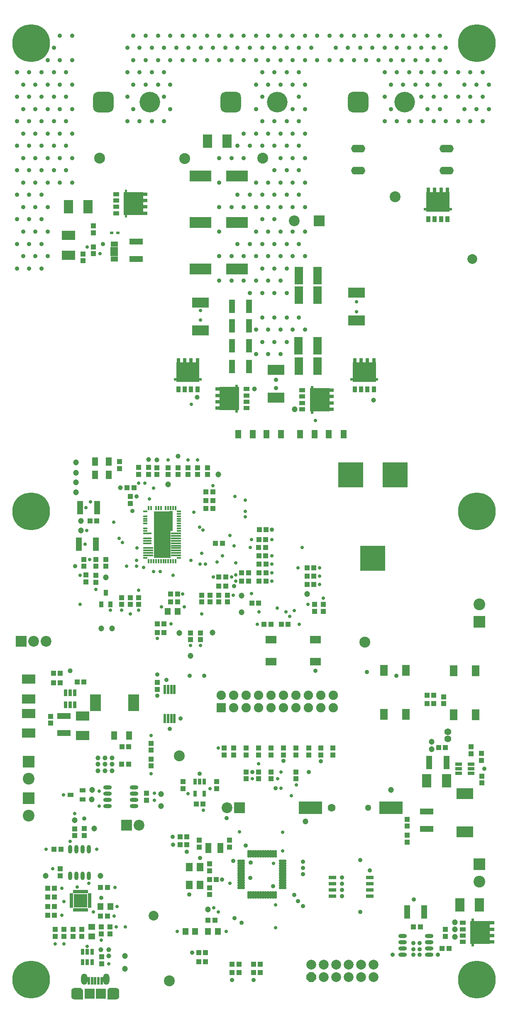
<source format=gts>
G04 Layer_Color=8388736*
%FSLAX44Y44*%
%MOMM*%
G71*
G01*
G75*
%ADD10C,1.0000*%
%ADD17R,1.5000X0.8000*%
%ADD77C,1.4000*%
%ADD79C,2.2000*%
%ADD91C,0.7000*%
%ADD92C,1.2000*%
%ADD100C,2.0000*%
%ADD101R,1.0500X1.0500*%
%ADD102R,0.5000X1.8500*%
%ADD103R,1.0500X1.0500*%
%ADD104R,1.3000X2.0000*%
%ADD105R,2.7000X1.9000*%
%ADD106R,4.7000X2.5000*%
G04:AMPARAMS|DCode=107|XSize=1.75mm|YSize=0.8mm|CornerRadius=0.4mm|HoleSize=0mm|Usage=FLASHONLY|Rotation=0.000|XOffset=0mm|YOffset=0mm|HoleType=Round|Shape=RoundedRectangle|*
%AMROUNDEDRECTD107*
21,1,1.7500,0.0000,0,0,0.0*
21,1,0.9500,0.8000,0,0,0.0*
1,1,0.8000,0.4750,0.0000*
1,1,0.8000,-0.4750,0.0000*
1,1,0.8000,-0.4750,0.0000*
1,1,0.8000,0.4750,0.0000*
%
%ADD107ROUNDEDRECTD107*%
%ADD108R,1.3000X2.8000*%
%ADD109R,1.2000X0.8000*%
%ADD110R,1.2000X0.9500*%
%ADD111R,1.9000X2.7000*%
%ADD112R,3.4000X2.2000*%
%ADD113R,1.4500X0.8000*%
%ADD114R,1.4500X1.8000*%
%ADD115R,0.5500X1.5500*%
%ADD116R,0.6000X1.5500*%
%ADD117R,2.0034X2.1050*%
%ADD118R,0.9000X1.2000*%
%ADD119R,0.9500X1.2000*%
%ADD120R,0.8000X1.2000*%
%ADD121R,0.7500X1.2000*%
%ADD122R,1.2000X0.9000*%
%ADD123R,0.7000X0.6000*%
%ADD124R,1.2000X1.7000*%
%ADD125R,1.6000X2.3000*%
%ADD126R,1.2000X1.4500*%
%ADD127R,3.4000X2.0000*%
%ADD128R,1.2000X1.8000*%
%ADD129R,2.2000X3.4000*%
%ADD130R,5.2000X5.2000*%
%ADD131R,2.7000X2.7000*%
%ADD132R,0.8000X0.4800*%
%ADD133R,0.4800X0.8000*%
G04:AMPARAMS|DCode=134|XSize=1.75mm|YSize=0.8mm|CornerRadius=0.4mm|HoleSize=0mm|Usage=FLASHONLY|Rotation=90.000|XOffset=0mm|YOffset=0mm|HoleType=Round|Shape=RoundedRectangle|*
%AMROUNDEDRECTD134*
21,1,1.7500,0.0000,0,0,90.0*
21,1,0.9500,0.8000,0,0,90.0*
1,1,0.8000,0.0000,0.4750*
1,1,0.8000,0.0000,-0.4750*
1,1,0.8000,0.0000,-0.4750*
1,1,0.8000,0.0000,0.4750*
%
%ADD134ROUNDEDRECTD134*%
%ADD135O,0.5000X1.6000*%
%ADD136O,1.6000X0.5000*%
%ADD137R,0.8000X1.4500*%
%ADD138R,1.5500X1.8500*%
%ADD139R,0.5000X1.0000*%
%ADD140R,0.5032X1.0032*%
%ADD141R,0.9000X0.4500*%
%ADD142R,2.0000X0.4500*%
%ADD143R,0.4500X0.9000*%
%ADD144R,1.7000X0.4500*%
%ADD145R,3.3500X9.5800*%
%ADD146R,0.7000X4.0300*%
%ADD147R,1.4500X1.2000*%
%ADD148R,2.8000X1.3000*%
%ADD149R,1.7000X3.5500*%
%ADD150R,4.4000X2.3000*%
%ADD151R,2.3000X1.6000*%
%ADD152C,2.2320*%
%ADD153R,2.2000X2.2000*%
%ADD154C,1.6000*%
%ADD155C,1.3000*%
%ADD156C,2.4000*%
%ADD157R,2.4000X2.4000*%
%ADD158C,4.2000*%
G04:AMPARAMS|DCode=159|XSize=4.2mm|YSize=4.2mm|CornerRadius=1.1mm|HoleSize=0mm|Usage=FLASHONLY|Rotation=180.000|XOffset=0mm|YOffset=0mm|HoleType=Round|Shape=RoundedRectangle|*
%AMROUNDEDRECTD159*
21,1,4.2000,2.0000,0,0,180.0*
21,1,2.0000,4.2000,0,0,180.0*
1,1,2.2000,-1.0000,1.0000*
1,1,2.2000,1.0000,1.0000*
1,1,2.2000,1.0000,-1.0000*
1,1,2.2000,-1.0000,-1.0000*
%
%ADD159ROUNDEDRECTD159*%
%ADD160O,1.4000X2.4000*%
%ADD161O,1.3000X2.3000*%
%ADD162C,1.9000*%
%ADD163R,1.9000X1.9000*%
%ADD164O,2.9000X1.6000*%
%ADD165P,2.1648X8X22.5*%
%ADD166C,7.7000*%
%ADD167C,0.9000*%
G36*
X603500Y1443750D02*
X608500D01*
Y1438750D01*
X603500D01*
Y1436500D01*
X556500D01*
Y1438750D01*
X551500D01*
Y1443750D01*
X556500D01*
Y1476250D01*
X603500D01*
Y1443750D01*
D02*
G37*
G36*
X-53750Y1476000D02*
X-21250D01*
Y1429000D01*
X-53750D01*
Y1424000D01*
X-58750D01*
Y1429000D01*
X-61000D01*
Y1476000D01*
X-58750D01*
Y1481000D01*
X-53750D01*
Y1476000D01*
D02*
G37*
G36*
X453500Y1096250D02*
X458500D01*
Y1091250D01*
X453500D01*
Y1089000D01*
X406500D01*
Y1091250D01*
X401500D01*
Y1096250D01*
X406500D01*
Y1128750D01*
X453500D01*
Y1096250D01*
D02*
G37*
G36*
X93500D02*
X98500D01*
Y1091250D01*
X93500D01*
Y1089000D01*
X46500D01*
Y1091250D01*
X41500D01*
Y1096250D01*
X46500D01*
Y1128750D01*
X93500D01*
Y1096250D01*
D02*
G37*
G36*
X172250Y1078500D02*
X174500D01*
Y1031500D01*
X172250D01*
Y1026500D01*
X167250D01*
Y1031500D01*
X134750D01*
Y1078500D01*
X167250D01*
Y1083500D01*
X172250D01*
Y1078500D01*
D02*
G37*
G36*
X326250Y1076000D02*
X358750D01*
Y1029000D01*
X326250D01*
Y1024000D01*
X321250D01*
Y1029000D01*
X319000D01*
Y1076000D01*
X321250D01*
Y1081000D01*
X326250D01*
Y1076000D01*
D02*
G37*
G36*
X653750Y-10500D02*
X686250D01*
Y-57500D01*
X653750D01*
Y-62500D01*
X648750D01*
Y-57500D01*
X646500D01*
Y-10500D01*
X648750D01*
Y-5500D01*
X653750D01*
Y-10500D01*
D02*
G37*
G36*
X-77215Y-147000D02*
X-77181Y-147000D01*
X-77150Y-147004D01*
X-77119Y-147006D01*
X-77085Y-147013D01*
X-77051Y-147018D01*
X-77021Y-147026D01*
X-76991Y-147032D01*
X-76958Y-147043D01*
X-76924Y-147052D01*
X-76896Y-147064D01*
X-76866Y-147074D01*
X-76836Y-147089D01*
X-76803Y-147103D01*
X-76776Y-147119D01*
X-76749Y-147132D01*
X-76720Y-147151D01*
X-76690Y-147169D01*
X-76666Y-147188D01*
X-76640Y-147205D01*
X-76614Y-147228D01*
X-76586Y-147249D01*
X-76565Y-147271D01*
X-76541Y-147291D01*
X-76519Y-147317D01*
X-76494Y-147342D01*
X-76475Y-147367D01*
X-76455Y-147390D01*
X-76436Y-147419D01*
X-76415Y-147446D01*
X-76399Y-147473D01*
X-76382Y-147499D01*
X-76367Y-147530D01*
X-76350Y-147560D01*
X-76338Y-147589D01*
X-76324Y-147617D01*
X-76313Y-147649D01*
X-76300Y-147681D01*
X-76292Y-147711D01*
X-76282Y-147741D01*
X-76275Y-147775D01*
X-76266Y-147808D01*
X-76262Y-147839D01*
X-76256Y-147869D01*
X-76254Y-147904D01*
X-76250Y-147938D01*
X-76250Y-147969D01*
X-76248Y-148000D01*
X-76250Y-148034D01*
X-76250Y-148069D01*
X-76254Y-148100D01*
X-76256Y-148131D01*
X-76263Y-148165D01*
X-76268Y-148199D01*
X-76276Y-148229D01*
X-76282Y-148259D01*
X-76293Y-148292D01*
X-76302Y-148326D01*
X-76314Y-148354D01*
X-76324Y-148383D01*
X-76339Y-148414D01*
X-76353Y-148446D01*
X-76368Y-148473D01*
X-76382Y-148501D01*
X-76401Y-148530D01*
X-76419Y-148560D01*
X-79277Y-152805D01*
X-79248Y-165196D01*
X-76416Y-169444D01*
X-76400Y-169472D01*
X-76382Y-169499D01*
X-76367Y-169529D01*
X-76351Y-169558D01*
X-76339Y-169587D01*
X-76324Y-169617D01*
X-76313Y-169648D01*
X-76301Y-169679D01*
X-76292Y-169710D01*
X-76282Y-169741D01*
X-76276Y-169773D01*
X-76267Y-169806D01*
X-76263Y-169838D01*
X-76256Y-169869D01*
X-76254Y-169902D01*
X-76250Y-169935D01*
X-76250Y-169968D01*
X-76248Y-170000D01*
X-76250Y-170033D01*
X-76250Y-170067D01*
X-76254Y-170099D01*
X-76256Y-170131D01*
X-76263Y-170163D01*
X-76267Y-170196D01*
X-76276Y-170228D01*
X-76282Y-170259D01*
X-76293Y-170291D01*
X-76301Y-170323D01*
X-76314Y-170353D01*
X-76324Y-170383D01*
X-76339Y-170413D01*
X-76352Y-170444D01*
X-76368Y-170472D01*
X-76382Y-170501D01*
X-76400Y-170529D01*
X-76417Y-170558D01*
X-76437Y-170583D01*
X-76455Y-170610D01*
X-76477Y-170635D01*
X-76497Y-170662D01*
X-76520Y-170684D01*
X-76541Y-170709D01*
X-76566Y-170730D01*
X-76590Y-170754D01*
X-76616Y-170774D01*
X-76640Y-170795D01*
X-76668Y-170814D01*
X-76694Y-170834D01*
X-76722Y-170850D01*
X-76749Y-170868D01*
X-76779Y-170883D01*
X-76808Y-170899D01*
X-76837Y-170912D01*
X-76866Y-170926D01*
X-76898Y-170937D01*
X-76929Y-170949D01*
X-76960Y-170958D01*
X-76991Y-170968D01*
X-77023Y-170975D01*
X-77056Y-170983D01*
X-77088Y-170987D01*
X-77119Y-170993D01*
X-77152Y-170996D01*
X-77186Y-171000D01*
X-77218Y-171000D01*
X-77250Y-171002D01*
X-92997D01*
X-93127Y-170993D01*
X-93256Y-170968D01*
X-93380Y-170926D01*
X-93498Y-170868D01*
X-93607Y-170795D01*
X-93705Y-170709D01*
X-93792Y-170610D01*
X-93865Y-170501D01*
X-93923Y-170383D01*
X-93965Y-170259D01*
X-93990Y-170131D01*
X-93999Y-170000D01*
X-93999Y-150997D01*
X-93990Y-150866D01*
X-93965Y-150737D01*
X-93922Y-150613D01*
X-93864Y-150496D01*
X-93792Y-150386D01*
X-93751Y-150340D01*
X-93705Y-150288D01*
X-90709Y-147292D01*
X-90610Y-147205D01*
X-90501Y-147132D01*
X-90384Y-147074D01*
X-90260Y-147032D01*
X-90131Y-147007D01*
X-90000Y-146998D01*
X-77250Y-146998D01*
X-77215Y-147000D01*
D02*
G37*
G36*
X-149000Y-146998D02*
X-148966Y-147000D01*
X-148869Y-147007D01*
X-148843Y-147012D01*
X-148741Y-147032D01*
X-148617Y-147074D01*
X-148560Y-147102D01*
X-148499Y-147132D01*
X-148499Y-147132D01*
D01*
X-148390Y-147205D01*
X-148305Y-147279D01*
X-148292Y-147291D01*
X-144295Y-151288D01*
X-144232Y-151359D01*
X-144208Y-151386D01*
X-144172Y-151441D01*
X-144135Y-151495D01*
X-144135Y-151496D01*
D01*
X-144077Y-151613D01*
X-144035Y-151737D01*
X-144018Y-151823D01*
X-144010Y-151866D01*
X-144008Y-151891D01*
X-144001Y-151997D01*
X-144001Y-170000D01*
X-144010Y-170131D01*
X-144035Y-170259D01*
X-144077Y-170383D01*
X-144135Y-170501D01*
X-144208Y-170610D01*
X-144295Y-170709D01*
X-144393Y-170795D01*
X-144502Y-170868D01*
X-144620Y-170926D01*
X-144744Y-170968D01*
X-144873Y-170993D01*
X-145003Y-171002D01*
X-160750D01*
X-160782Y-171000D01*
X-160814Y-171000D01*
X-160848Y-170996D01*
X-160881Y-170993D01*
X-160912Y-170987D01*
X-160944Y-170983D01*
X-160977Y-170975D01*
X-161009Y-170968D01*
X-161040Y-170958D01*
X-161071Y-170949D01*
X-161102Y-170937D01*
X-161133Y-170926D01*
X-161163Y-170912D01*
X-161192Y-170899D01*
X-161221Y-170883D01*
X-161251Y-170868D01*
X-161278Y-170850D01*
X-161306Y-170834D01*
X-161332Y-170814D01*
X-161360Y-170795D01*
X-161384Y-170774D01*
X-161410Y-170754D01*
X-161434Y-170730D01*
X-161459Y-170709D01*
X-161480Y-170684D01*
X-161503Y-170662D01*
X-161523Y-170635D01*
X-161545Y-170610D01*
X-161563Y-170583D01*
X-161583Y-170558D01*
X-161599Y-170529D01*
X-161618Y-170501D01*
X-161632Y-170472D01*
X-161648Y-170444D01*
X-161661Y-170413D01*
X-161676Y-170383D01*
X-161686Y-170353D01*
X-161699Y-170323D01*
X-161707Y-170291D01*
X-161718Y-170259D01*
X-161724Y-170228D01*
X-161733Y-170196D01*
X-161737Y-170163D01*
X-161744Y-170131D01*
X-161746Y-170099D01*
X-161750Y-170067D01*
X-161750Y-170033D01*
X-161752Y-170000D01*
X-161750Y-169968D01*
X-161750Y-169935D01*
X-161746Y-169902D01*
X-161744Y-169869D01*
X-161737Y-169838D01*
X-161733Y-169806D01*
X-161724Y-169773D01*
X-161718Y-169741D01*
X-161708Y-169710D01*
X-161699Y-169679D01*
X-161687Y-169648D01*
X-161676Y-169617D01*
X-161661Y-169587D01*
X-161649Y-169558D01*
X-161633Y-169529D01*
X-161618Y-169499D01*
X-161600Y-169472D01*
X-161584Y-169444D01*
X-158751Y-165196D01*
X-158723Y-152805D01*
X-161581Y-148560D01*
X-161599Y-148530D01*
X-161618Y-148501D01*
X-161632Y-148473D01*
X-161647Y-148446D01*
X-161661Y-148414D01*
X-161676Y-148383D01*
X-161686Y-148354D01*
X-161698Y-148326D01*
X-161707Y-148292D01*
X-161718Y-148259D01*
X-161724Y-148229D01*
X-161732Y-148199D01*
X-161737Y-148165D01*
X-161744Y-148131D01*
X-161746Y-148100D01*
X-161750Y-148069D01*
X-161750Y-148034D01*
X-161752Y-148000D01*
X-161750Y-147969D01*
X-161750Y-147938D01*
X-161746Y-147904D01*
X-161744Y-147869D01*
X-161737Y-147839D01*
X-161734Y-147808D01*
X-161725Y-147775D01*
X-161718Y-147741D01*
X-161708Y-147711D01*
X-161700Y-147681D01*
X-161687Y-147649D01*
X-161676Y-147617D01*
X-161662Y-147589D01*
X-161650Y-147560D01*
X-161633Y-147530D01*
X-161618Y-147499D01*
X-161601Y-147473D01*
X-161585Y-147446D01*
X-161564Y-147419D01*
X-161545Y-147390D01*
X-161525Y-147367D01*
X-161506Y-147342D01*
X-161481Y-147317D01*
X-161459Y-147291D01*
X-161435Y-147271D01*
X-161413Y-147249D01*
X-161386Y-147228D01*
X-161360Y-147205D01*
X-161334Y-147188D01*
X-161310Y-147169D01*
X-161280Y-147151D01*
X-161251Y-147132D01*
X-161224Y-147119D01*
X-161196Y-147103D01*
X-161164Y-147089D01*
X-161133Y-147074D01*
X-161104Y-147064D01*
X-161075Y-147052D01*
X-161042Y-147043D01*
X-161009Y-147032D01*
X-160979Y-147026D01*
X-160949Y-147018D01*
X-160915Y-147013D01*
X-160881Y-147006D01*
X-160850Y-147004D01*
X-160819Y-147000D01*
X-160784Y-147000D01*
X-160750Y-146998D01*
X-149000Y-146998D01*
D02*
G37*
D10*
X7000Y930000D02*
D03*
X-85000Y296000D02*
D03*
X-99000D02*
D03*
X-113000D02*
D03*
Y309000D02*
D03*
Y322000D02*
D03*
X-99000Y309000D02*
D03*
Y322000D02*
D03*
X-85000D02*
D03*
Y309000D02*
D03*
X49999Y937502D02*
D03*
X-10000Y930500D02*
D03*
X-91500Y-82000D02*
D03*
X-107500Y-69000D02*
D03*
X-91500D02*
D03*
X-67500Y873000D02*
D03*
X89000Y1058000D02*
D03*
X449000Y1052000D02*
D03*
X206000Y1074500D02*
D03*
X-170000Y499531D02*
D03*
D17*
X364900Y78050D02*
D03*
Y65350D02*
D03*
Y52650D02*
D03*
Y39950D02*
D03*
X441100D02*
D03*
Y52650D02*
D03*
Y65350D02*
D03*
Y78050D02*
D03*
D77*
X600500Y375000D02*
D03*
Y361000D02*
D03*
D79*
X-245000Y560000D02*
D03*
X-219600D02*
D03*
X-29300Y185000D02*
D03*
X287500Y1417500D02*
D03*
X150300Y220000D02*
D03*
D91*
X-76000Y-23000D02*
D03*
X278000Y611000D02*
D03*
X270000Y620000D02*
D03*
X248590Y21953D02*
D03*
X281000Y244999D02*
D03*
X263000Y132000D02*
D03*
X-106500Y-49500D02*
D03*
X-183000Y29000D02*
D03*
X263000Y170000D02*
D03*
X248590Y-24590D02*
D03*
X-123000Y8000D02*
D03*
X-80000Y-1000D02*
D03*
X-0Y872500D02*
D03*
X-8000Y850500D02*
D03*
X-137500Y832500D02*
D03*
X-140000Y758000D02*
D03*
X-63000Y761000D02*
D03*
X-136000Y786000D02*
D03*
X-70000Y770000D02*
D03*
X96071Y1214929D02*
D03*
X-111000Y254000D02*
D03*
X-184000Y246660D02*
D03*
X297000Y595000D02*
D03*
X27500Y768000D02*
D03*
Y738000D02*
D03*
Y758000D02*
D03*
Y748000D02*
D03*
X17500Y738000D02*
D03*
Y758000D02*
D03*
Y748000D02*
D03*
Y768000D02*
D03*
Y778000D02*
D03*
X156000Y776161D02*
D03*
X7500Y818000D02*
D03*
Y808000D02*
D03*
Y798000D02*
D03*
Y788000D02*
D03*
Y778000D02*
D03*
Y768000D02*
D03*
Y738000D02*
D03*
Y748000D02*
D03*
Y758000D02*
D03*
X17500Y818000D02*
D03*
Y808000D02*
D03*
Y798000D02*
D03*
Y788000D02*
D03*
X27500Y778000D02*
D03*
Y788000D02*
D03*
Y798000D02*
D03*
Y808000D02*
D03*
Y818000D02*
D03*
X212000Y595000D02*
D03*
X287000Y622500D02*
D03*
X303000Y751000D02*
D03*
X197340D02*
D03*
X200000Y657000D02*
D03*
X-129000Y844000D02*
D03*
X-17501Y882502D02*
D03*
X132000Y342277D02*
D03*
X-125500Y-156000D02*
D03*
X-135000D02*
D03*
X-74000Y18500D02*
D03*
X-156000Y59000D02*
D03*
X-170000Y152000D02*
D03*
X-116000Y135500D02*
D03*
X-219000D02*
D03*
X-160751Y208631D02*
D03*
X-4698Y290000D02*
D03*
X-111000Y224126D02*
D03*
X1450Y250000D02*
D03*
Y236000D02*
D03*
X115389Y259364D02*
D03*
X101389Y215539D02*
D03*
X70427Y249500D02*
D03*
X75500Y551000D02*
D03*
X-4698Y367500D02*
D03*
X163933Y755000D02*
D03*
X121090Y877500D02*
D03*
X-35000Y713000D02*
D03*
X-20000Y711000D02*
D03*
X-55000Y713000D02*
D03*
X59590Y656000D02*
D03*
X15953Y630000D02*
D03*
X62593D02*
D03*
X167500Y695000D02*
D03*
X106000Y717000D02*
D03*
X95000Y717500D02*
D03*
X141000Y734000D02*
D03*
X130000Y722000D02*
D03*
X98000Y739000D02*
D03*
X200000Y767500D02*
D03*
X252000Y627500D02*
D03*
X346000Y648000D02*
D03*
X315000Y635000D02*
D03*
X-109469Y1350469D02*
D03*
X241000Y734000D02*
D03*
X187000Y848000D02*
D03*
X70000Y930000D02*
D03*
X90000D02*
D03*
X30000D02*
D03*
X166000Y855000D02*
D03*
X339000Y710000D02*
D03*
X7500Y566000D02*
D03*
X95500Y551000D02*
D03*
X35500Y595500D02*
D03*
X159000Y691000D02*
D03*
X-30000Y664000D02*
D03*
X339000Y675500D02*
D03*
Y692500D02*
D03*
X241000Y767500D02*
D03*
X241500Y717500D02*
D03*
Y700000D02*
D03*
Y682500D02*
D03*
X-30000Y623000D02*
D03*
X98000Y616000D02*
D03*
X-47500D02*
D03*
X-65000Y623547D02*
D03*
X-88000D02*
D03*
X-150000Y694547D02*
D03*
X-34000Y750000D02*
D03*
X0Y702500D02*
D03*
X14000D02*
D03*
X40000Y694500D02*
D03*
X295000Y710000D02*
D03*
X76000Y725000D02*
D03*
X122000Y691000D02*
D03*
X101000Y787000D02*
D03*
X94000Y793000D02*
D03*
X82500Y823000D02*
D03*
X-35000Y725000D02*
D03*
X162500Y654000D02*
D03*
X-81000Y803000D02*
D03*
X-135750Y1364500D02*
D03*
X-150000Y635000D02*
D03*
X-30000Y882500D02*
D03*
X187000Y814000D02*
D03*
Y825000D02*
D03*
X215000Y620000D02*
D03*
X-117500Y666000D02*
D03*
X167500Y682500D02*
D03*
X260000Y260000D02*
D03*
Y293000D02*
D03*
X201869Y279277D02*
D03*
X253000D02*
D03*
X291000Y267000D02*
D03*
X-112000Y-156000D02*
D03*
X-102500D02*
D03*
X-91500Y-98000D02*
D03*
X-187000Y56000D02*
D03*
X-200469Y-57000D02*
D03*
X-182969D02*
D03*
X-205469Y95500D02*
D03*
X-131919Y66500D02*
D03*
X-79000Y58000D02*
D03*
X-187000Y1000D02*
D03*
X-57500Y-23000D02*
D03*
X175000Y170953D02*
D03*
X48000Y-32000D02*
D03*
X148000Y-32000D02*
D03*
X214580Y310000D02*
D03*
X-156469Y38500D02*
D03*
X-141469D02*
D03*
Y23500D02*
D03*
X-148969Y31000D02*
D03*
X-156469Y23500D02*
D03*
X-130000Y727000D02*
D03*
X-135000Y-62000D02*
D03*
X167500Y720000D02*
D03*
X77000Y1043000D02*
D03*
X414500Y1252500D02*
D03*
Y1232500D02*
D03*
X330000Y1010000D02*
D03*
X132000Y8000D02*
D03*
X123000Y16000D02*
D03*
X156000Y65907D02*
D03*
X96090Y1235000D02*
D03*
X245000Y107000D02*
D03*
D92*
X-58000Y-108000D02*
D03*
X-108000Y81500D02*
D03*
X-220000D02*
D03*
X-120751Y178000D02*
D03*
X-160751Y195000D02*
D03*
X-58500Y-82000D02*
D03*
X15676Y248000D02*
D03*
X-125149Y257052D02*
D03*
X-125649Y236878D02*
D03*
X15000Y224000D02*
D03*
X111000Y13137D02*
D03*
X313000Y656000D02*
D03*
X52500Y577000D02*
D03*
X132000Y900000D02*
D03*
X120000Y577500D02*
D03*
X-158000Y864000D02*
D03*
Y884000D02*
D03*
X75500Y530000D02*
D03*
X-158000Y904000D02*
D03*
Y924500D02*
D03*
X30000Y879500D02*
D03*
X180000Y653000D02*
D03*
X-97500Y690000D02*
D03*
X180000Y619000D02*
D03*
X-148000Y786000D02*
D03*
Y805000D02*
D03*
X-107000Y586092D02*
D03*
X-85000D02*
D03*
X615000Y-28000D02*
D03*
X484500Y257000D02*
D03*
X310000Y192500D02*
D03*
X615000Y-13000D02*
D03*
Y-43000D02*
D03*
X567500Y340000D02*
D03*
Y355000D02*
D03*
X288000Y1033000D02*
D03*
D100*
X650000Y1340000D02*
D03*
X0Y0D02*
D03*
X372300Y-125200D02*
D03*
X346900Y-99800D02*
D03*
Y-125200D02*
D03*
X321500Y-99800D02*
D03*
X397700Y-125200D02*
D03*
X423100D02*
D03*
X397700Y-99800D02*
D03*
X372300D02*
D03*
X423100D02*
D03*
X448500D02*
D03*
Y-125200D02*
D03*
D101*
X8000Y476000D02*
D03*
Y462000D02*
D03*
X155000Y140000D02*
D03*
Y154000D02*
D03*
X93000Y140000D02*
D03*
Y154000D02*
D03*
X290780Y328277D02*
D03*
Y342277D02*
D03*
X265000Y342000D02*
D03*
Y328000D02*
D03*
X316658Y328277D02*
D03*
Y342277D02*
D03*
X341000Y342000D02*
D03*
Y328000D02*
D03*
X366000Y342000D02*
D03*
Y328000D02*
D03*
X595000Y-28000D02*
D03*
Y-42000D02*
D03*
X517500Y164500D02*
D03*
Y150500D02*
D03*
Y183000D02*
D03*
Y197000D02*
D03*
X669000Y317000D02*
D03*
Y331000D02*
D03*
X647500Y344500D02*
D03*
Y330500D02*
D03*
X-200469Y-28000D02*
D03*
Y-42000D02*
D03*
X-4698Y305500D02*
D03*
Y319500D02*
D03*
X329000Y635000D02*
D03*
Y621000D02*
D03*
X-89000Y-23000D02*
D03*
Y-37000D02*
D03*
X-163969Y-28000D02*
D03*
Y-42000D02*
D03*
X-146469Y-28000D02*
D03*
Y-42000D02*
D03*
X-182969Y-42000D02*
D03*
Y-28000D02*
D03*
X-141001Y178000D02*
D03*
Y164000D02*
D03*
X-160751Y177500D02*
D03*
Y163500D02*
D03*
X60389Y259538D02*
D03*
Y273538D02*
D03*
X128389Y259538D02*
D03*
Y273538D02*
D03*
X591500Y446500D02*
D03*
Y432500D02*
D03*
X239980Y279277D02*
D03*
Y293277D02*
D03*
Y328277D02*
D03*
Y342277D02*
D03*
X214580Y328277D02*
D03*
Y342277D02*
D03*
X189180Y328277D02*
D03*
Y342277D02*
D03*
X163780Y328277D02*
D03*
Y342277D02*
D03*
X290780Y293277D02*
D03*
Y279277D02*
D03*
X214580Y293277D02*
D03*
Y279277D02*
D03*
X189158Y293277D02*
D03*
Y279277D02*
D03*
X144158Y328277D02*
D03*
Y342277D02*
D03*
X-4698Y352000D02*
D03*
Y338000D02*
D03*
X-144000Y1336000D02*
D03*
Y1350000D02*
D03*
X-122500Y1350500D02*
D03*
Y1364500D02*
D03*
Y1393000D02*
D03*
Y1407000D02*
D03*
X110000Y914000D02*
D03*
Y900000D02*
D03*
X70000Y914000D02*
D03*
Y900000D02*
D03*
X90000Y914000D02*
D03*
Y900000D02*
D03*
X75500Y563000D02*
D03*
Y577000D02*
D03*
X-47500Y649000D02*
D03*
Y635000D02*
D03*
X98000Y640000D02*
D03*
Y654000D02*
D03*
X95500Y563000D02*
D03*
Y577000D02*
D03*
X346000Y635000D02*
D03*
Y621000D02*
D03*
X-30000Y649000D02*
D03*
Y635000D02*
D03*
X-138000Y681000D02*
D03*
Y695000D02*
D03*
X-65000Y649000D02*
D03*
Y635000D02*
D03*
X133000Y654000D02*
D03*
Y640000D02*
D03*
X115500D02*
D03*
Y654000D02*
D03*
X-117500Y694500D02*
D03*
Y680500D02*
D03*
X-97500Y727000D02*
D03*
Y713000D02*
D03*
X-117500Y727000D02*
D03*
Y713000D02*
D03*
X-142000D02*
D03*
Y727000D02*
D03*
X-69000Y926500D02*
D03*
Y912500D02*
D03*
X-10000Y900500D02*
D03*
Y914500D02*
D03*
X7000Y900000D02*
D03*
Y914000D02*
D03*
X50000Y900000D02*
D03*
Y914000D02*
D03*
X-106500Y-37000D02*
D03*
Y-23000D02*
D03*
X-190469Y95500D02*
D03*
Y81500D02*
D03*
X-106000Y-98000D02*
D03*
Y-84000D02*
D03*
X-14000Y250000D02*
D03*
Y236000D02*
D03*
X114000Y57000D02*
D03*
Y43000D02*
D03*
Y92000D02*
D03*
Y106000D02*
D03*
X-210000Y407000D02*
D03*
Y393000D02*
D03*
X30000Y914000D02*
D03*
Y900000D02*
D03*
X150500Y640000D02*
D03*
Y654000D02*
D03*
X-30000Y900500D02*
D03*
Y914500D02*
D03*
X-47000Y841000D02*
D03*
Y855000D02*
D03*
X670000Y285000D02*
D03*
Y271000D02*
D03*
D102*
X23250Y401992D02*
D03*
X29750D02*
D03*
X36250D02*
D03*
X42750D02*
D03*
Y462008D02*
D03*
X36250D02*
D03*
X29750D02*
D03*
X23250D02*
D03*
D103*
X92000Y-94000D02*
D03*
X106000D02*
D03*
X92000Y-75000D02*
D03*
X106000D02*
D03*
X530500Y-22500D02*
D03*
X544500D02*
D03*
X588650Y-66350D02*
D03*
X602650D02*
D03*
X581500Y343000D02*
D03*
X595500D02*
D03*
X128000Y74000D02*
D03*
X114000D02*
D03*
X-216000Y38500D02*
D03*
X-202000D02*
D03*
X-201969Y19000D02*
D03*
X-215969D02*
D03*
X204000Y-99000D02*
D03*
X218000D02*
D03*
X160250D02*
D03*
X174250D02*
D03*
X-94000Y58000D02*
D03*
X-108000D02*
D03*
X-202000Y56000D02*
D03*
X-216000D02*
D03*
X-202000Y1000D02*
D03*
X-216000D02*
D03*
X204000Y-115956D02*
D03*
X218000D02*
D03*
X160250Y-116000D02*
D03*
X174250D02*
D03*
X572000Y432500D02*
D03*
X558000D02*
D03*
X68000Y161000D02*
D03*
X54000D02*
D03*
X-204000Y495000D02*
D03*
X-190000D02*
D03*
Y475000D02*
D03*
X-204000D02*
D03*
X-65000Y309000D02*
D03*
X-51000D02*
D03*
X274500Y595000D02*
D03*
X260500D02*
D03*
X327000Y692500D02*
D03*
X313000D02*
D03*
X239500Y595000D02*
D03*
X225500D02*
D03*
X313000Y675500D02*
D03*
X327000D02*
D03*
X228500Y751000D02*
D03*
X214500D02*
D03*
X121000Y831000D02*
D03*
X107000D02*
D03*
X21500Y595500D02*
D03*
X7500D02*
D03*
X229590Y787500D02*
D03*
X215590D02*
D03*
X229500Y717500D02*
D03*
X215500D02*
D03*
X49000Y640000D02*
D03*
X35000D02*
D03*
X215000Y734000D02*
D03*
X229000D02*
D03*
X147000Y691000D02*
D03*
X133000D02*
D03*
X215000Y767500D02*
D03*
X229000D02*
D03*
X194000Y700000D02*
D03*
X180000D02*
D03*
Y682500D02*
D03*
X194000D02*
D03*
X214500Y637500D02*
D03*
X200500D02*
D03*
X133000Y672590D02*
D03*
X147000D02*
D03*
X-40000Y873000D02*
D03*
X-54000D02*
D03*
X-129500Y805250D02*
D03*
X-115500D02*
D03*
X-202969Y135500D02*
D03*
X-188969D02*
D03*
X-94000Y-1000D02*
D03*
X-108000D02*
D03*
X87000Y227992D02*
D03*
X101000D02*
D03*
X558000Y450000D02*
D03*
X572000D02*
D03*
X68000Y145000D02*
D03*
X54000D02*
D03*
X111047Y-8910D02*
D03*
X125047D02*
D03*
X-50500Y345000D02*
D03*
X-64500D02*
D03*
X313000Y710000D02*
D03*
X327000D02*
D03*
X21500Y578000D02*
D03*
X7500D02*
D03*
X107000Y847000D02*
D03*
X121000D02*
D03*
X107000Y864500D02*
D03*
X121000D02*
D03*
X215500Y700000D02*
D03*
X229500D02*
D03*
X35000Y656000D02*
D03*
X49000D02*
D03*
X126590Y760000D02*
D03*
X140590D02*
D03*
X215500Y682500D02*
D03*
X229500D02*
D03*
X-156000Y477000D02*
D03*
X-142000D02*
D03*
D104*
X136502Y138002D02*
D03*
X111502D02*
D03*
D105*
X-255000Y442500D02*
D03*
Y482500D02*
D03*
Y412500D02*
D03*
Y372500D02*
D03*
X-145000Y407500D02*
D03*
Y367500D02*
D03*
X-173700Y1347500D02*
D03*
Y1387500D02*
D03*
D106*
X320500Y220000D02*
D03*
X484500D02*
D03*
D107*
X562000Y-40950D02*
D03*
Y-53650D02*
D03*
Y-66350D02*
D03*
Y-79050D02*
D03*
X508000D02*
D03*
Y-66350D02*
D03*
Y-53650D02*
D03*
Y-40950D02*
D03*
X-93500Y224126D02*
D03*
Y236826D02*
D03*
Y249526D02*
D03*
Y262226D02*
D03*
X-39500D02*
D03*
Y249526D02*
D03*
Y236826D02*
D03*
Y224126D02*
D03*
D108*
X517500Y7500D02*
D03*
X552500D02*
D03*
X562500Y313000D02*
D03*
X597500D02*
D03*
X-150000Y832500D02*
D03*
X-115000D02*
D03*
X-117500Y758000D02*
D03*
X-152500D02*
D03*
X160000Y1120750D02*
D03*
X195000D02*
D03*
X160000Y1163000D02*
D03*
X195000D02*
D03*
X160000Y1203000D02*
D03*
X195000D02*
D03*
X160000Y1243000D02*
D03*
X195000D02*
D03*
D109*
X689000Y-14500D02*
D03*
Y-27500D02*
D03*
Y-40500D02*
D03*
Y-53500D02*
D03*
X-18500Y1433000D02*
D03*
Y1446000D02*
D03*
Y1459000D02*
D03*
Y1472000D02*
D03*
X361500Y1033000D02*
D03*
Y1046000D02*
D03*
Y1059000D02*
D03*
Y1072000D02*
D03*
X132000Y1074500D02*
D03*
Y1061500D02*
D03*
Y1048500D02*
D03*
Y1035500D02*
D03*
D110*
X631000Y-53500D02*
D03*
Y-27500D02*
D03*
Y-14500D02*
D03*
Y-40500D02*
D03*
X-76500Y1446000D02*
D03*
Y1472000D02*
D03*
Y1459000D02*
D03*
Y1433000D02*
D03*
X303500Y1046000D02*
D03*
Y1072000D02*
D03*
Y1059000D02*
D03*
Y1033000D02*
D03*
X190000Y1061500D02*
D03*
Y1035500D02*
D03*
Y1048500D02*
D03*
Y1074500D02*
D03*
D111*
X625000Y22500D02*
D03*
X665000D02*
D03*
X597500Y275000D02*
D03*
X557500D02*
D03*
X-133700Y1446000D02*
D03*
X-173700D02*
D03*
X110000Y1580000D02*
D03*
X150000D02*
D03*
D112*
X635000Y171000D02*
D03*
Y249000D02*
D03*
D113*
X647500Y290500D02*
D03*
Y300000D02*
D03*
Y309500D02*
D03*
X622500D02*
D03*
Y300000D02*
D03*
Y290500D02*
D03*
D114*
X73000Y99500D02*
D03*
Y62500D02*
D03*
X95000D02*
D03*
Y99500D02*
D03*
D115*
X-132000Y-132270D02*
D03*
X-106000D02*
D03*
D116*
X-125500D02*
D03*
X-119000D02*
D03*
X-112500D02*
D03*
D117*
X-130500Y-159000D02*
D03*
X-107500D02*
D03*
D118*
X-97500Y659000D02*
D03*
X-88000Y635000D02*
D03*
X-107000D02*
D03*
D119*
X436500Y1073500D02*
D03*
X410500D02*
D03*
X423500D02*
D03*
X449500D02*
D03*
X76500D02*
D03*
X50500D02*
D03*
X63500D02*
D03*
X89500D02*
D03*
X586500Y1421000D02*
D03*
X560500D02*
D03*
X573500D02*
D03*
X599500D02*
D03*
D120*
X449500Y1131500D02*
D03*
X436500D02*
D03*
X423500D02*
D03*
X410500D02*
D03*
X89500D02*
D03*
X76500D02*
D03*
X63500D02*
D03*
X50500D02*
D03*
X599500Y1479000D02*
D03*
X586500D02*
D03*
X573500D02*
D03*
X560500D02*
D03*
X103500Y249500D02*
D03*
X84500D02*
D03*
Y273500D02*
D03*
X94000D02*
D03*
X103500D02*
D03*
D121*
X-125500Y-73750D02*
D03*
X-135000D02*
D03*
X-144500D02*
D03*
Y-94250D02*
D03*
X-135000D02*
D03*
X-125500D02*
D03*
D122*
X-145000Y237160D02*
D03*
Y256160D02*
D03*
X-169000Y246660D02*
D03*
D123*
X-85500Y1393000D02*
D03*
X-72500D02*
D03*
D124*
X-119000Y899250D02*
D03*
Y926750D02*
D03*
X-91500Y899250D02*
D03*
Y926750D02*
D03*
D125*
X612000Y410000D02*
D03*
X657000D02*
D03*
X612000Y500000D02*
D03*
X657000D02*
D03*
X515000Y501000D02*
D03*
X470000D02*
D03*
X515000Y411000D02*
D03*
X470000D02*
D03*
D126*
X111000Y-32000D02*
D03*
X131000D02*
D03*
X85000D02*
D03*
X65000D02*
D03*
X-88000Y18500D02*
D03*
X-108000D02*
D03*
X29000Y621000D02*
D03*
X49000D02*
D03*
D127*
X250000Y1113250D02*
D03*
Y1056750D02*
D03*
X414500Y1214250D02*
D03*
Y1270750D02*
D03*
X96071Y1194250D02*
D03*
Y1250750D02*
D03*
D128*
X387484Y982500D02*
D03*
X357484D02*
D03*
X172500D02*
D03*
X202500D02*
D03*
X-80000Y367500D02*
D03*
X-50000D02*
D03*
X298984Y982500D02*
D03*
X328984D02*
D03*
X260000Y982500D02*
D03*
X230000D02*
D03*
D129*
X-40698Y434750D02*
D03*
X-118698D02*
D03*
D130*
X492500Y899000D02*
D03*
X402500D02*
D03*
X447500Y729000D02*
D03*
D131*
X-148969Y31000D02*
D03*
D132*
X-167469Y18500D02*
D03*
Y23500D02*
D03*
Y28500D02*
D03*
Y33500D02*
D03*
Y38500D02*
D03*
Y43500D02*
D03*
X-130469D02*
D03*
Y38500D02*
D03*
Y33500D02*
D03*
Y28500D02*
D03*
Y23500D02*
D03*
Y18500D02*
D03*
D133*
X-161469Y49500D02*
D03*
X-156469D02*
D03*
X-151469D02*
D03*
X-146469D02*
D03*
X-141469D02*
D03*
X-136469D02*
D03*
Y12500D02*
D03*
X-141469D02*
D03*
X-146469D02*
D03*
X-151469D02*
D03*
X-156469D02*
D03*
X-161469D02*
D03*
D134*
X-170019Y135500D02*
D03*
X-157319D02*
D03*
X-144619D02*
D03*
X-131919D02*
D03*
Y81500D02*
D03*
X-144619D02*
D03*
X-157319D02*
D03*
X-170019D02*
D03*
D135*
X193590Y126453D02*
D03*
X198590D02*
D03*
X203590D02*
D03*
X208590D02*
D03*
X213590D02*
D03*
X218590D02*
D03*
X223590D02*
D03*
X228590D02*
D03*
X233590D02*
D03*
X238590D02*
D03*
X243590D02*
D03*
X248590D02*
D03*
Y42453D02*
D03*
X243590D02*
D03*
X238590D02*
D03*
X233590D02*
D03*
X228590D02*
D03*
X223590D02*
D03*
X218590D02*
D03*
X213590D02*
D03*
X208590D02*
D03*
X203590D02*
D03*
X198590D02*
D03*
X193590D02*
D03*
D136*
X263090Y111953D02*
D03*
Y106953D02*
D03*
Y101953D02*
D03*
Y96953D02*
D03*
Y91953D02*
D03*
Y86953D02*
D03*
Y81953D02*
D03*
Y76953D02*
D03*
Y71953D02*
D03*
Y66953D02*
D03*
Y61953D02*
D03*
Y56953D02*
D03*
X179090D02*
D03*
Y61953D02*
D03*
Y66953D02*
D03*
Y71953D02*
D03*
Y76953D02*
D03*
Y81953D02*
D03*
Y86953D02*
D03*
Y91953D02*
D03*
Y96953D02*
D03*
Y101953D02*
D03*
Y106953D02*
D03*
Y111953D02*
D03*
D137*
X-160500Y455000D02*
D03*
X-170000D02*
D03*
X-179500D02*
D03*
Y430000D02*
D03*
X-170000D02*
D03*
X-160500D02*
D03*
D138*
X-80000Y1355000D02*
D03*
D139*
X-75000Y1340046D02*
D03*
X-80000D02*
D03*
X-85000D02*
D03*
Y1369954D02*
D03*
X-80000D02*
D03*
D140*
X-75000D02*
D03*
D141*
X51500Y730000D02*
D03*
Y785000D02*
D03*
Y790000D02*
D03*
Y795000D02*
D03*
Y800000D02*
D03*
Y805000D02*
D03*
Y810000D02*
D03*
Y815000D02*
D03*
Y820000D02*
D03*
Y825000D02*
D03*
X-16500D02*
D03*
Y815000D02*
D03*
Y810000D02*
D03*
Y805000D02*
D03*
Y800000D02*
D03*
Y790000D02*
D03*
Y785000D02*
D03*
Y730000D02*
D03*
D142*
X46000Y735000D02*
D03*
Y740000D02*
D03*
Y745000D02*
D03*
Y750000D02*
D03*
Y755000D02*
D03*
Y760000D02*
D03*
Y765000D02*
D03*
Y770000D02*
D03*
Y775000D02*
D03*
Y780000D02*
D03*
X-11000Y750000D02*
D03*
Y745000D02*
D03*
Y740000D02*
D03*
Y735000D02*
D03*
D143*
X45000Y831500D02*
D03*
X40000D02*
D03*
X35000D02*
D03*
X30000D02*
D03*
X25000D02*
D03*
X15000D02*
D03*
X10000D02*
D03*
X5000D02*
D03*
X-5000D02*
D03*
X-10000D02*
D03*
Y723500D02*
D03*
X-5000D02*
D03*
X0D02*
D03*
X5000D02*
D03*
X10000D02*
D03*
X15000D02*
D03*
X20000D02*
D03*
X25000D02*
D03*
X30000D02*
D03*
X35000D02*
D03*
X40000D02*
D03*
X45000D02*
D03*
D144*
X-12500Y780000D02*
D03*
Y770000D02*
D03*
Y765000D02*
D03*
Y760000D02*
D03*
D145*
X17500Y777500D02*
D03*
D146*
X35500Y805250D02*
D03*
D147*
X-126469Y-42500D02*
D03*
Y-22500D02*
D03*
D148*
X-182500Y407500D02*
D03*
Y372500D02*
D03*
X-35198Y1375000D02*
D03*
Y1340000D02*
D03*
X557500Y212500D02*
D03*
Y177500D02*
D03*
D149*
X334750Y1305750D02*
D03*
X296250D02*
D03*
X334750Y1265750D02*
D03*
X296250D02*
D03*
X334250Y1162500D02*
D03*
X295750D02*
D03*
X334750Y1121500D02*
D03*
X296250D02*
D03*
D150*
X170090Y1414500D02*
D03*
X96090D02*
D03*
X170090Y1509000D02*
D03*
X96090D02*
D03*
X170090Y1319500D02*
D03*
X96090D02*
D03*
D151*
X240000Y563500D02*
D03*
Y518500D02*
D03*
X330000Y563500D02*
D03*
Y518500D02*
D03*
D152*
X32500Y-132500D02*
D03*
X493000Y1467000D02*
D03*
X53000Y326000D02*
D03*
X222500Y1545000D02*
D03*
X431000Y558000D02*
D03*
X-110000Y1545000D02*
D03*
X63211Y1544500D02*
D03*
D153*
X-270400Y560000D02*
D03*
X-54700Y185000D02*
D03*
X337500Y1417500D02*
D03*
X175700Y220000D02*
D03*
D154*
X363000D02*
D03*
D155*
X437500D02*
D03*
D156*
X-255000Y204660D02*
D03*
Y279660D02*
D03*
X665000Y635000D02*
D03*
X665000Y70000D02*
D03*
D157*
X-255000Y239660D02*
D03*
Y314660D02*
D03*
X665000Y600000D02*
D03*
X665000Y105000D02*
D03*
D158*
X512500Y1660000D02*
D03*
X252500Y1660000D02*
D03*
X-7500Y1660000D02*
D03*
D159*
X417500D02*
D03*
X157500Y1660000D02*
D03*
X-102500Y1660000D02*
D03*
D160*
X-160750Y-159000D02*
D03*
X-77250D02*
D03*
D161*
X-141250Y-129000D02*
D03*
X-96750D02*
D03*
D162*
X366300Y449700D02*
D03*
Y424300D02*
D03*
X340900D02*
D03*
Y449700D02*
D03*
X315500D02*
D03*
Y424300D02*
D03*
X290100Y449700D02*
D03*
Y424300D02*
D03*
X264700Y449700D02*
D03*
Y424300D02*
D03*
X239300Y449700D02*
D03*
Y424300D02*
D03*
X137700Y449700D02*
D03*
X163100Y424300D02*
D03*
Y449700D02*
D03*
X188500Y424300D02*
D03*
Y449700D02*
D03*
X213900Y424300D02*
D03*
Y449700D02*
D03*
D163*
X137700Y424300D02*
D03*
D164*
X597500Y1565000D02*
D03*
Y1520000D02*
D03*
X417500Y1565000D02*
D03*
Y1520000D02*
D03*
D165*
X321500Y-125200D02*
D03*
D166*
X660000Y825000D02*
D03*
X-250000D02*
D03*
X660000Y-130000D02*
D03*
X-250000Y-130000D02*
D03*
X660000Y1780000D02*
D03*
X-250000Y1780000D02*
D03*
D167*
X422000Y114000D02*
D03*
X441100Y92900D02*
D03*
X671500Y1720524D02*
D03*
X684000Y1695524D02*
D03*
X671500Y1670524D02*
D03*
X684000Y1645524D02*
D03*
X671500Y1620524D02*
D03*
X646500Y1720524D02*
D03*
X659000Y1695524D02*
D03*
X646500Y1670524D02*
D03*
X659000Y1645524D02*
D03*
X646500Y1620524D02*
D03*
X621500Y1720524D02*
D03*
X634000Y1695524D02*
D03*
X621500Y1670524D02*
D03*
X634000Y1645524D02*
D03*
X621500Y1620524D02*
D03*
X596500Y1770524D02*
D03*
Y1720524D02*
D03*
Y1670524D02*
D03*
Y1620524D02*
D03*
X584000Y1795524D02*
D03*
X571500Y1770524D02*
D03*
X584000Y1745524D02*
D03*
X571500Y1720524D02*
D03*
X584000Y1695524D02*
D03*
X571500Y1670524D02*
D03*
X584000Y1645524D02*
D03*
X571500Y1620524D02*
D03*
X559000Y1795524D02*
D03*
X546500Y1770524D02*
D03*
X559000Y1745524D02*
D03*
X546500Y1720524D02*
D03*
X559000Y1695524D02*
D03*
X546500Y1670524D02*
D03*
X559000Y1645524D02*
D03*
X546500Y1620524D02*
D03*
X534000Y1795524D02*
D03*
X521500Y1770524D02*
D03*
X534000Y1745524D02*
D03*
X521500Y1720524D02*
D03*
X534000Y1695524D02*
D03*
X521500Y1620524D02*
D03*
X509000Y1795524D02*
D03*
X496500Y1770524D02*
D03*
X509000Y1745524D02*
D03*
X496500Y1720524D02*
D03*
X509000Y1695524D02*
D03*
X496500Y1620524D02*
D03*
X484000Y1795524D02*
D03*
X471500Y1770524D02*
D03*
X484000Y1745524D02*
D03*
X471500Y1720524D02*
D03*
X484000Y1695524D02*
D03*
X471500Y1670524D02*
D03*
X484000Y1645524D02*
D03*
X471500Y1620524D02*
D03*
X459000Y1795524D02*
D03*
X446500Y1770524D02*
D03*
X459000Y1745524D02*
D03*
X434000Y1795524D02*
D03*
X421500Y1770524D02*
D03*
X434000Y1745524D02*
D03*
X409000Y1795524D02*
D03*
X396500Y1770524D02*
D03*
X409000Y1745524D02*
D03*
X384000Y1795524D02*
D03*
X371500Y1770524D02*
D03*
X384000Y1745524D02*
D03*
X359000Y1795524D02*
D03*
Y1745524D02*
D03*
X334000Y1795524D02*
D03*
X321500Y1770524D02*
D03*
X334000Y1745524D02*
D03*
X309000Y1795524D02*
D03*
X296500Y1770524D02*
D03*
X309000Y1745524D02*
D03*
X296500Y1720524D02*
D03*
X309000Y1695524D02*
D03*
X296500Y1670524D02*
D03*
X309000Y1645524D02*
D03*
X296500Y1620524D02*
D03*
X309000Y1595524D02*
D03*
X296500Y1570524D02*
D03*
X309000Y1545524D02*
D03*
X296500Y1520524D02*
D03*
X309000Y1495524D02*
D03*
X296500Y1470524D02*
D03*
X309000Y1445524D02*
D03*
Y1395524D02*
D03*
X296500Y1370524D02*
D03*
X309000Y1345524D02*
D03*
X296500Y1220524D02*
D03*
X309000Y1195524D02*
D03*
X284000Y1795524D02*
D03*
X271500Y1770524D02*
D03*
X284000Y1745524D02*
D03*
X271500Y1720524D02*
D03*
X284000Y1695524D02*
D03*
Y1645524D02*
D03*
X271500Y1620524D02*
D03*
X284000Y1595524D02*
D03*
X271500Y1570524D02*
D03*
X284000Y1545524D02*
D03*
X271500Y1520524D02*
D03*
X284000Y1495524D02*
D03*
X271500Y1470524D02*
D03*
X284000Y1445524D02*
D03*
Y1395524D02*
D03*
X271500Y1370524D02*
D03*
X284000Y1345524D02*
D03*
X271500Y1320524D02*
D03*
Y1270524D02*
D03*
Y1220524D02*
D03*
X284000Y1195524D02*
D03*
X271500Y1170524D02*
D03*
X259000Y1795524D02*
D03*
X246500Y1770524D02*
D03*
X259000Y1745524D02*
D03*
X246500Y1720524D02*
D03*
X259000Y1695524D02*
D03*
X246500Y1620524D02*
D03*
X259000Y1595524D02*
D03*
X246500Y1570524D02*
D03*
X259000Y1545524D02*
D03*
X246500Y1520524D02*
D03*
X259000Y1495524D02*
D03*
X246500Y1470524D02*
D03*
X259000Y1445524D02*
D03*
X246500Y1420524D02*
D03*
X259000Y1395524D02*
D03*
X246500Y1370524D02*
D03*
X259000Y1345524D02*
D03*
X246500Y1320524D02*
D03*
X259000Y1295524D02*
D03*
X246500Y1270524D02*
D03*
Y1220524D02*
D03*
X259000Y1195524D02*
D03*
X246500Y1170524D02*
D03*
X259000Y1145524D02*
D03*
X234000Y1795524D02*
D03*
X221500Y1770524D02*
D03*
X234000Y1745524D02*
D03*
X221500Y1720524D02*
D03*
X234000Y1695524D02*
D03*
X221500Y1670524D02*
D03*
Y1620524D02*
D03*
X234000Y1595524D02*
D03*
X221500Y1570524D02*
D03*
X234000Y1495524D02*
D03*
X221500Y1470524D02*
D03*
X234000Y1445524D02*
D03*
X221500Y1420524D02*
D03*
X234000Y1395524D02*
D03*
X221500Y1370524D02*
D03*
X234000Y1345524D02*
D03*
X221500Y1320524D02*
D03*
X234000Y1295524D02*
D03*
X221500Y1270524D02*
D03*
Y1220524D02*
D03*
X234000Y1195524D02*
D03*
X221500Y1170524D02*
D03*
X234000Y1145524D02*
D03*
X209000Y1795524D02*
D03*
X196500Y1770524D02*
D03*
X209000Y1745524D02*
D03*
Y1695524D02*
D03*
Y1645524D02*
D03*
Y1595524D02*
D03*
X196500Y1570524D02*
D03*
X209000Y1495524D02*
D03*
X196500Y1470524D02*
D03*
X209000Y1445524D02*
D03*
Y1395524D02*
D03*
X196500Y1370524D02*
D03*
X209000Y1345524D02*
D03*
Y1295524D02*
D03*
X196500Y1270524D02*
D03*
X209000Y1195524D02*
D03*
Y1145524D02*
D03*
X184000Y1795524D02*
D03*
X171500Y1770524D02*
D03*
X184000Y1745524D02*
D03*
Y1595524D02*
D03*
X171500Y1570524D02*
D03*
X184000Y1545524D02*
D03*
X171500Y1470524D02*
D03*
X184000Y1445524D02*
D03*
X171500Y1370524D02*
D03*
X184000Y1345524D02*
D03*
Y1295524D02*
D03*
X159000Y1795524D02*
D03*
X146500Y1770524D02*
D03*
X159000Y1745524D02*
D03*
Y1545524D02*
D03*
Y1445524D02*
D03*
Y1345524D02*
D03*
Y1295524D02*
D03*
X134000Y1795524D02*
D03*
X121500Y1770524D02*
D03*
X134000Y1745524D02*
D03*
Y1545524D02*
D03*
Y1495524D02*
D03*
Y1445524D02*
D03*
Y1395524D02*
D03*
Y1345524D02*
D03*
Y1295524D02*
D03*
X109000Y1795524D02*
D03*
X96500Y1770524D02*
D03*
X109000Y1745524D02*
D03*
X84000Y1795524D02*
D03*
X71500Y1770524D02*
D03*
X84000Y1745524D02*
D03*
X59000Y1795524D02*
D03*
X46500Y1770524D02*
D03*
X59000Y1745524D02*
D03*
X34000Y1795524D02*
D03*
X21500Y1770524D02*
D03*
X34000Y1745524D02*
D03*
X21500Y1720524D02*
D03*
X34000Y1695524D02*
D03*
X21500Y1670524D02*
D03*
X34000Y1645524D02*
D03*
X21500Y1620524D02*
D03*
X9000Y1795524D02*
D03*
X-3500Y1770524D02*
D03*
X9000Y1745524D02*
D03*
X-3500Y1720524D02*
D03*
X9000Y1695524D02*
D03*
X-3500Y1620524D02*
D03*
X-16000Y1795524D02*
D03*
X-28500Y1770524D02*
D03*
X-16000Y1745524D02*
D03*
X-28500Y1720524D02*
D03*
X-16000Y1695524D02*
D03*
X-28500Y1620524D02*
D03*
X-41000Y1795524D02*
D03*
X-53500Y1770524D02*
D03*
X-41000Y1745524D02*
D03*
X-53500Y1720524D02*
D03*
X-41000Y1695524D02*
D03*
X-53500Y1670524D02*
D03*
X-41000Y1645524D02*
D03*
X-53500Y1620524D02*
D03*
X-103500Y1370524D02*
D03*
X-166000Y1795524D02*
D03*
Y1745524D02*
D03*
X-178500Y1720524D02*
D03*
X-166000Y1695524D02*
D03*
X-178500Y1670524D02*
D03*
X-166000Y1645524D02*
D03*
X-178500Y1620524D02*
D03*
X-166000Y1595524D02*
D03*
X-178500Y1570524D02*
D03*
X-166000Y1545524D02*
D03*
X-178500Y1520524D02*
D03*
X-166000Y1495524D02*
D03*
X-191000Y1795524D02*
D03*
X-203500Y1770524D02*
D03*
X-191000Y1745524D02*
D03*
X-203500Y1720524D02*
D03*
X-191000Y1695524D02*
D03*
X-203500Y1670524D02*
D03*
X-191000Y1645524D02*
D03*
X-203500Y1620524D02*
D03*
X-191000Y1595524D02*
D03*
X-203500Y1570524D02*
D03*
X-191000Y1545524D02*
D03*
X-203500Y1520524D02*
D03*
X-191000Y1495524D02*
D03*
X-216000Y1745524D02*
D03*
X-228500Y1720524D02*
D03*
X-216000Y1695524D02*
D03*
X-228500Y1670524D02*
D03*
X-216000Y1645524D02*
D03*
X-228500Y1620524D02*
D03*
X-216000Y1595524D02*
D03*
X-228500Y1570524D02*
D03*
X-216000Y1545524D02*
D03*
X-228500Y1520524D02*
D03*
X-216000Y1495524D02*
D03*
X-228500Y1470524D02*
D03*
X-216000Y1445524D02*
D03*
X-228500Y1420524D02*
D03*
X-216000Y1395524D02*
D03*
X-228500Y1370524D02*
D03*
X-216000Y1345524D02*
D03*
X-228500Y1320524D02*
D03*
X-253500Y1720524D02*
D03*
X-241000Y1695524D02*
D03*
X-253500Y1670524D02*
D03*
X-241000Y1645524D02*
D03*
X-253500Y1620524D02*
D03*
X-241000Y1595524D02*
D03*
X-253500Y1570524D02*
D03*
X-241000Y1545524D02*
D03*
X-253500Y1520524D02*
D03*
X-241000Y1495524D02*
D03*
X-253500Y1470524D02*
D03*
X-241000Y1445524D02*
D03*
X-253500Y1420524D02*
D03*
X-241000Y1395524D02*
D03*
X-253500Y1370524D02*
D03*
X-241000Y1345524D02*
D03*
X-253500Y1320524D02*
D03*
X-278500Y1720524D02*
D03*
X-266000Y1695524D02*
D03*
X-278500Y1670524D02*
D03*
X-266000Y1645524D02*
D03*
X-278500Y1620524D02*
D03*
X-266000Y1595524D02*
D03*
X-278500Y1570524D02*
D03*
X-266000Y1545524D02*
D03*
X-278500Y1520524D02*
D03*
X-266000Y1495524D02*
D03*
X-278500Y1470524D02*
D03*
X-266000Y1445524D02*
D03*
X-278500Y1420524D02*
D03*
X-266000Y1395524D02*
D03*
X-278500Y1370524D02*
D03*
X-266000Y1345524D02*
D03*
X-278500Y1320524D02*
D03*
X435000Y497500D02*
D03*
X495000Y490000D02*
D03*
X422000Y8000D02*
D03*
X384450Y39950D02*
D03*
Y52650D02*
D03*
Y65350D02*
D03*
Y78050D02*
D03*
X287500Y42500D02*
D03*
X295000Y30000D02*
D03*
X305000Y20000D02*
D03*
Y110000D02*
D03*
Y97500D02*
D03*
Y85000D02*
D03*
X579950Y-79050D02*
D03*
X488050D02*
D03*
X531000Y33000D02*
D03*
X542500Y-56000D02*
D03*
X530000D02*
D03*
X542500Y-68000D02*
D03*
X530000D02*
D03*
X542500Y-79500D02*
D03*
X530000D02*
D03*
X330000Y500000D02*
D03*
X163047Y111953D02*
D03*
X-106500Y36500D02*
D03*
X33000Y381000D02*
D03*
X55000Y402000D02*
D03*
X8000Y492000D02*
D03*
X26000Y481000D02*
D03*
X103500Y490000D02*
D03*
X74000D02*
D03*
X149000Y199000D02*
D03*
X79000Y-75000D02*
D03*
X165000Y-5000D02*
D03*
X180000Y-14000D02*
D03*
X265000Y316000D02*
D03*
X341000Y315000D02*
D03*
X249000Y260000D02*
D03*
X73000Y43000D02*
D03*
X188000Y143000D02*
D03*
X-160000Y713000D02*
D03*
X163933Y672500D02*
D03*
X140000Y74000D02*
D03*
X68000Y131000D02*
D03*
X316658Y293000D02*
D03*
X39000Y161000D02*
D03*
X40000Y145000D02*
D03*
X198590Y108590D02*
D03*
X196953Y76953D02*
D03*
X243590Y60410D02*
D03*
X8000Y449000D02*
D03*
X202000Y293000D02*
D03*
X250000Y1076000D02*
D03*
Y1093000D02*
D03*
X-43500Y826000D02*
D03*
X95000Y117500D02*
D03*
X-35000Y855000D02*
D03*
X675000Y300000D02*
D03*
X94000Y290000D02*
D03*
X-141220Y198000D02*
D03*
X204000Y-131000D02*
D03*
X160250Y-131044D02*
D03*
X241000Y787500D02*
D03*
M02*

</source>
